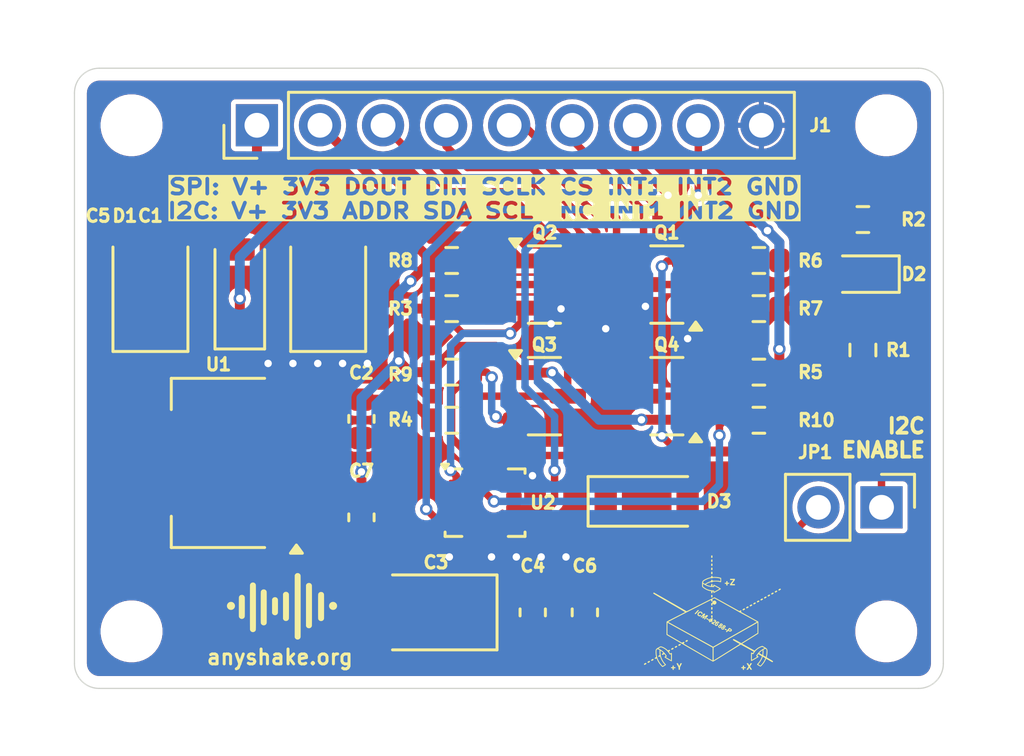
<source format=kicad_pcb>
(kicad_pcb (version 20240108) (generator "pcbnew") (generator_version "8.0")
  (layers (0 "F.Cu" signal) (31 "B.Cu" signal) (34 "B.Paste" user) (35 "F.Paste" user) (36 "B.SilkS" user "B.Silkscreen") (37 "F.SilkS" user "F.Silkscreen") (38 "B.Mask" user) (39 "F.Mask" user) (44 "Edge.Cuts" user))
  (net 0 "")
  (net 1 "VDD")
  (net 2 "GND")
  (net 3 "+3V3")
  (net 4 "VCC")
  (net 5 "Net-(D2-A)")
  (net 6 "Net-(D3-A)")
  (net 7 "/AP_CS_3V3")
  (net 8 "/INT1")
  (net 9 "/SDA_DIN")
  (net 10 "/SCL_SCLK")
  (net 11 "/INT2")
  (net 12 "/DOUT_AD0")
  (net 13 "/AP_CS")
  (net 14 "Net-(JP1-A)")
  (net 15 "/DOUT_AD0_3V3")
  (net 16 "/SDA_DIN_3V3")
  (net 17 "/SCL_SCLK_3V3")
  (footprint "MountingHole:MountingHole_2mm" (layer "F.Cu") (at 152.7 72.3)
    (property "Reference" "H2" (hide yes))
    (property "Value" "MountingHole")
    (pad "" np_thru_hole circle (at 0 0) (size 2 2) (drill 2) (layers "*.Cu" "*.Mask"))
  )
  (footprint "Resistor_SMD:R_0603_1608Metric" (layer "F.Cu") (at 135.195 82.25)
    (property "Reference" "R9" (at -2.065 0.1 0) (layer "F.SilkS") (effects (font (size 0.5 0.5))))
    (property "Value" "10k")
    (pad "1" smd roundrect (at -0.825 0) (size 0.8 0.95) (layers "F.Cu" "F.Paste" "F.Mask") (net 3 "+3V3"))
    (pad "2" smd roundrect (at 0.825 0) (size 0.8 0.95) (layers "F.Cu" "F.Paste" "F.Mask") (net 16 "/SDA_DIN_3V3"))
  )
  (footprint "Package_TO_SOT_SMD:SOT-23" (layer "F.Cu") (at 143.8625 78.72 180)
    (property "Reference" "Q1" (at 0 2.09 0) (layer "F.SilkS") (effects (font (size 0.5 0.5))))
    (property "Value" "BSS138")
    (pad "1" smd roundrect (at -0.9375 -0.95 180) (size 1.475 0.6) (layers "F.Cu" "F.Paste" "F.Mask") (net 3 "+3V3"))
    (pad "2" smd roundrect (at -0.9375 0.95 180) (size 1.475 0.6) (layers "F.Cu" "F.Paste" "F.Mask") (net 6 "Net-(D3-A)"))
    (pad "3" smd roundrect (at 0.9375 0 180) (size 1.475 0.6) (layers "F.Cu" "F.Paste" "F.Mask") (net 13 "/AP_CS"))
  )
  (footprint "Capacitor_SMD:C_0603_1608Metric" (layer "F.Cu") (at 138.46 91.935 -90)
    (property "Reference" "C4" (at -1.875 0 180) (layer "F.SilkS") (effects (font (size 0.5 0.5))))
    (property "Value" "0.1uF")
    (pad "1" smd roundrect (at -0.775 0 270) (size 0.9 0.95) (layers "F.Cu" "F.Paste" "F.Mask") (net 3 "+3V3"))
    (pad "2" smd roundrect (at 0.775 0 270) (size 0.9 0.95) (layers "F.Cu" "F.Paste" "F.Mask") (net 2 "GND"))
  )
  (footprint "Capacitor_SMD:C_0603_1608Metric" (layer "F.Cu") (at 131.56 88.105 -90)
    (property "Reference" "C7" (at -1.875 0 180) (layer "F.SilkS") (effects (font (size 0.5 0.5))))
    (property "Value" "0.1uF")
    (pad "1" smd roundrect (at -0.775 0 270) (size 0.9 0.95) (layers "F.Cu" "F.Paste" "F.Mask") (net 3 "+3V3"))
    (pad "2" smd roundrect (at 0.775 0 270) (size 0.9 0.95) (layers "F.Cu" "F.Paste" "F.Mask") (net 2 "GND"))
  )
  (footprint "Capacitor_Tantalum_SMD:CP_EIA-3528-12_Kemet-T" (layer "F.Cu") (at 123.06 78.9575 90)
    (property "Reference" "C5" (at 3.0075 -2.11 180) (layer "F.SilkS") (effects (font (size 0.5 0.5))))
    (property "Value" "22uF")
    (pad "1" smd roundrect (at -1.5375 0 90) (size 1.325 2.35) (layers "F.Cu" "F.Paste" "F.Mask") (roundrect_rratio 0.188679) (net 3 "+3V3"))
    (pad "2" smd roundrect (at 1.5375 0 90) (size 1.325 2.35) (layers "F.Cu" "F.Paste" "F.Mask") (roundrect_rratio 0.188679) (net 2 "GND"))
  )
  (footprint "Capacitor_SMD:C_0603_1608Metric" (layer "F.Cu") (at 140.56 91.935 -90)
    (property "Reference" "C6" (at -1.875 0 180) (layer "F.SilkS") (effects (font (size 0.5 0.5))))
    (property "Value" "0.01uF")
    (pad "1" smd roundrect (at -0.775 0 270) (size 0.9 0.95) (layers "F.Cu" "F.Paste" "F.Mask") (net 3 "+3V3"))
    (pad "2" smd roundrect (at 0.775 0 270) (size 0.9 0.95) (layers "F.Cu" "F.Paste" "F.Mask") (net 2 "GND"))
  )
  (footprint "Resistor_SMD:R_0603_1608Metric" (layer "F.Cu") (at 147.57 82.25 180)
    (property "Reference" "R5" (at -2.08 -0.005 0) (layer "F.SilkS") (effects (font (size 0.5 0.5))))
    (property "Value" "10k")
    (pad "1" smd roundrect (at -0.825 0 180) (size 0.8 0.95) (layers "F.Cu" "F.Paste" "F.Mask") (net 1 "VDD"))
    (pad "2" smd roundrect (at 0.825 0 180) (size 0.8 0.95) (layers "F.Cu" "F.Paste" "F.Mask") (net 10 "/SCL_SCLK"))
  )
  (footprint "AnyShake:Direction" (layer "F.Cu") (at 145.8 91.954088)
    (property "Reference" "G***" (hide yes))
    (property "Value" "LOGO" (hide yes))
  )
  (footprint "Package_TO_SOT_SMD:SOT-223-3_TabPin2" (layer "F.Cu") (at 125.81 85.91 180)
    (property "Reference" "U1" (at 0.01 3.97 0) (layer "F.SilkS") (effects (font (size 0.5 0.5))))
    (property "Value" "AMS1117-3.3")
    (pad "1" smd roundrect (at -3.15 -2.3 180) (size 2 1.5) (layers "F.Cu" "F.Paste" "F.Mask") (net 2 "GND"))
    (pad "2" smd roundrect (at -3.15 0 180) (size 2 1.5) (layers "F.Cu" "F.Paste" "F.Mask") (net 3 "+3V3"))
    (pad "2" smd roundrect (at 3.15 0 180) (size 2 3.8) (layers "F.Cu" "F.Paste" "F.Mask") (net 3 "+3V3"))
    (pad "3" smd roundrect (at -3.15 2.3 180) (size 2 1.5) (layers "F.Cu" "F.Paste" "F.Mask") (net 1 "VDD"))
  )
  (footprint "Resistor_SMD:R_0603_1608Metric" (layer "F.Cu") (at 151.76 76.1 180)
    (property "Reference" "R2" (at -2.04 0 0) (layer "F.SilkS") (effects (font (size 0.5 0.5))))
    (property "Value" "1k")
    (pad "1" smd roundrect (at -0.825 0 180) (size 0.8 0.95) (layers "F.Cu" "F.Paste" "F.Mask") (net 3 "+3V3"))
    (pad "2" smd roundrect (at 0.825 0 180) (size 0.8 0.95) (layers "F.Cu" "F.Paste" "F.Mask") (net 5 "Net-(D2-A)"))
  )
  (footprint "Package_TO_SOT_SMD:SOT-23" (layer "F.Cu") (at 138.93 78.72)
    (property "Reference" "Q2" (at 0.0175 -2.09 0) (layer "F.SilkS") (effects (font (size 0.5 0.5))))
    (property "Value" "BSS138")
    (pad "1" smd roundrect (at -0.9375 -0.95) (size 1.475 0.6) (layers "F.Cu" "F.Paste" "F.Mask") (net 3 "+3V3"))
    (pad "2" smd roundrect (at -0.9375 0.95) (size 1.475 0.6) (layers "F.Cu" "F.Paste" "F.Mask") (net 15 "/DOUT_AD0_3V3"))
    (pad "3" smd roundrect (at 0.9375 0) (size 1.475 0.6) (layers "F.Cu" "F.Paste" "F.Mask") (net 12 "/DOUT_AD0"))
  )
  (footprint "Diode_SMD:D_SOD-123" (layer "F.Cu") (at 126.66 78.9575 90)
    (property "Reference" "D1" (at 3.0075 -4.63 180) (layer "F.SilkS") (effects (font (size 0.5 0.5))))
    (property "Value" "1N4148")
    (pad "1" smd roundrect (at -1.65 0 90) (size 0.9 1.2) (layers "F.Cu" "F.Paste" "F.Mask") (net 1 "VDD"))
    (pad "2" smd roundrect (at 1.65 0 90) (size 0.9 1.2) (layers "F.Cu" "F.Paste" "F.Mask") (net 4 "VCC"))
  )
  (footprint "AnyShake:Logo" (layer "F.Cu") (at 128.36 91.69)
    (property "Reference" "G***" (hide yes))
    (property "Value" "LOGO" (hide yes))
  )
  (footprint "MountingHole:MountingHole_2mm" (layer "F.Cu") (at 152.7 92.7)
    (property "Reference" "H3" (hide yes))
    (property "Value" "MountingHole")
    (pad "" np_thru_hole circle (at 0 0) (size 2 2) (drill 2) (layers "*.Cu" "*.Mask"))
  )
  (footprint "MountingHole:MountingHole_2mm" (layer "F.Cu") (at 122.3 92.7)
    (property "Reference" "H4" (hide yes))
    (property "Value" "MountingHole")
    (pad "" np_thru_hole circle (at 0 0) (size 2 2) (drill 2) (layers "*.Cu" "*.Mask"))
  )
  (footprint "LED_SMD:LED_0603_1608Metric" (layer "F.Cu") (at 151.74 78.3 180)
    (property "Reference" "D2" (at -2.08 0 0) (layer "F.SilkS") (effects (font (size 0.5 0.5))))
    (property "Value" "RED")
    (pad "1" smd roundrect (at -0.7875 0 180) (size 0.875 0.95) (layers "F.Cu" "F.Paste" "F.Mask") (net 2 "GND"))
    (pad "2" smd roundrect (at 0.7875 0 180) (size 0.875 0.95) (layers "F.Cu" "F.Paste" "F.Mask") (net 5 "Net-(D2-A)"))
  )
  (footprint "Resistor_SMD:R_0603_1608Metric" (layer "F.Cu") (at 147.57 79.69 180)
    (property "Reference" "R7" (at -2.08 0 0) (layer "F.SilkS") (effects (font (size 0.5 0.5))))
    (property "Value" "10k")
    (pad "1" smd roundrect (at -0.825 0 180) (size 0.8 0.95) (layers "F.Cu" "F.Paste" "F.Mask") (net 3 "+3V3"))
    (pad "2" smd roundrect (at 0.825 0 180) (size 0.8 0.95) (layers "F.Cu" "F.Paste" "F.Mask") (net 6 "Net-(D3-A)"))
  )
  (footprint "Resistor_SMD:R_0603_1608Metric" (layer "F.Cu") (at 151.76 81.36 -90)
    (property "Reference" "R1" (at 0 -1.43 180) (layer "F.SilkS") (effects (font (size 0.5 0.5))))
    (property "Value" "10k")
    (pad "1" smd roundrect (at -0.825 0 270) (size 0.8 0.95) (layers "F.Cu" "F.Paste" "F.Mask") (net 3 "+3V3"))
    (pad "2" smd roundrect (at 0.825 0 270) (size 0.8 0.95) (layers "F.Cu" "F.Paste" "F.Mask") (net 14 "Net-(JP1-A)"))
  )
  (footprint "Connector_PinHeader_2.54mm:PinHeader_1x02_P2.54mm_Vertical" (layer "F.Cu") (at 152.51 87.7 -90)
    (property "Reference" "JP1" (at -2.22 2.669524 180) (layer "F.SilkS") (effects (font (size 0.5 0.5))))
    (property "Value" "I2C_EN")
    (pad "1" thru_hole rect (at 0 0 270) (size 1.7 1.7) (drill 1) (layers "*.Cu" "*.Mask") (net 14 "Net-(JP1-A)"))
    (pad "2" thru_hole oval (at 0 2.54 270) (size 1.7 1.7) (drill 1) (layers "*.Cu" "*.Mask") (net 7 "/AP_CS_3V3"))
  )
  (footprint "Resistor_SMD:R_0603_1608Metric" (layer "F.Cu") (at 147.57 77.75 180)
    (property "Reference" "R6" (at -2.08 -0.01 0) (layer "F.SilkS") (effects (font (size 0.5 0.5))))
    (property "Value" "10k")
    (pad "1" smd roundrect (at -0.825 0 180) (size 0.8 0.95) (layers "F.Cu" "F.Paste" "F.Mask") (net 1 "VDD"))
    (pad "2" smd roundrect (at 0.825 0 180) (size 0.8 0.95) (layers "F.Cu" "F.Paste" "F.Mask") (net 13 "/AP_CS"))
  )
  (footprint "Resistor_SMD:R_0603_1608Metric" (layer "F.Cu") (at 135.195 79.69)
    (property "Reference" "R3" (at -2.065 0.005 0) (layer "F.SilkS") (effects (font (size 0.5 0.5))))
    (property "Value" "10k")
    (pad "1" smd roundrect (at -0.825 0) (size 0.8 0.95) (layers "F.Cu" "F.Paste" "F.Mask") (net 1 "VDD"))
    (pad "2" smd roundrect (at 0.825 0) (size 0.8 0.95) (layers "F.Cu" "F.Paste" "F.Mask") (net 12 "/DOUT_AD0"))
  )
  (footprint "Diode_SMD:D_SOD-123" (layer "F.Cu") (at 143.05 87.46)
    (property "Reference" "D3" (at 2.9175 0 0) (layer "F.SilkS") (effects (font (size 0.5 0.5))))
    (property "Value" "1N4148")
    (pad "1" smd roundrect (at -1.65 0) (size 0.9 1.2) (layers "F.Cu" "F.Paste" "F.Mask") (net 7 "/AP_CS_3V3"))
    (pad "2" smd roundrect (at 1.65 0) (size 0.9 1.2) (layers "F.Cu" "F.Paste" "F.Mask") (net 6 "Net-(D3-A)"))
  )
  (footprint "Capacitor_Tantalum_SMD:CP_EIA-3528-12_Kemet-T" (layer "F.Cu") (at 134.5625 91.935 180)
    (property "Reference" "C3" (at 0 2.015 360) (layer "F.SilkS") (effects (font (size 0.5 0.5))))
    (property "Value" "2.2uF")
    (pad "1" smd roundrect (at -1.5375 0 180) (size 1.325 2.35) (layers "F.Cu" "F.Paste" "F.Mask") (roundrect_rratio 0.188679) (net 3 "+3V3"))
    (pad "2" smd roundrect (at 1.5375 0 180) (size 1.325 2.35) (layers "F.Cu" "F.Paste" "F.Mask") (roundrect_rratio 0.188679) (net 2 "GND"))
  )
  (footprint "Resistor_SMD:R_0603_1608Metric" (layer "F.Cu") (at 135.195 84.19)
    (property "Reference" "R4" (at -2.065 -0.02 0) (layer "F.SilkS") (effects (font (size 0.5 0.5))))
    (property "Value" "10k")
    (pad "1" smd roundrect (at -0.825 0) (size 0.8 0.95) (layers "F.Cu" "F.Paste" "F.Mask") (net 1 "VDD"))
    (pad "2" smd roundrect (at 0.825 0) (size 0.8 0.95) (layers "F.Cu" "F.Paste" "F.Mask") (net 9 "/SDA_DIN"))
  )
  (footprint "Capacitor_SMD:C_0603_1608Metric" (layer "F.Cu") (at 131.56 84.135 -90)
    (property "Reference" "C2" (at -1.86 0 180) (layer "F.SilkS") (effects (font (size 0.5 0.5))))
    (property "Value" "0.1uF")
    (pad "1" smd roundrect (at -0.775 0 270) (size 0.9 0.95) (layers "F.Cu" "F.Paste" "F.Mask") (net 1 "VDD"))
    (pad "2" smd roundrect (at 0.775 0 270) (size 0.9 0.95) (layers "F.Cu" "F.Paste" "F.Mask") (net 2 "GND"))
  )
  (footprint "Resistor_SMD:R_0603_1608Metric" (layer "F.Cu") (at 135.195 77.75)
    (property "Reference" "R8" (at -2.065 0 0) (layer "F.SilkS") (effects (font (size 0.5 0.5))))
    (property "Value" "10k")
    (pad "1" smd roundrect (at -0.825 0) (size 0.8 0.95) (layers "F.Cu" "F.Paste" "F.Mask") (net 3 "+3V3"))
    (pad "2" smd roundrect (at 0.825 0) (size 0.8 0.95) (layers "F.Cu" "F.Paste" "F.Mask") (net 15 "/DOUT_AD0_3V3"))
  )
  (footprint "Connector_PinHeader_2.54mm:PinHeader_1x09_P2.54mm_Vertical" (layer "F.Cu") (at 127.35 72.3 90)
    (property "Reference" "J1" (at 0 22.7 180) (layer "F.SilkS") (effects (font (size 0.5 0.5))))
    (property "Value" "Conn_01x09")
    (pad "1" thru_hole rect (at 0 0 90) (size 1.7 1.7) (drill 1) (layers "*.Cu" "*.Mask") (net 4 "VCC"))
    (pad "2" thru_hole oval (at 0 2.54 90) (size 1.7 1.7) (drill 1) (layers "*.Cu" "*.Mask") (net 3 "+3V3"))
    (pad "3" thru_hole oval (at 0 5.08 90) (size 1.7 1.7) (drill 1) (layers "*.Cu" "*.Mask") (net 12 "/DOUT_AD0"))
    (pad "4" thru_hole oval (at 0 7.62 90) (size 1.7 1.7) (drill 1) (layers "*.Cu" "*.Mask") (net 9 "/SDA_DIN"))
    (pad "5" thru_hole oval (at 0 10.16 90) (size 1.7 1.7) (drill 1) (layers "*.Cu" "*.Mask") (net 10 "/SCL_SCLK"))
    (pad "6" thru_hole oval (at 0 12.7 90) (size 1.7 1.7) (drill 1) (layers "*.Cu" "*.Mask") (net 13 "/AP_CS"))
    (pad "7" thru_hole oval (at 0 15.24 90) (size 1.7 1.7) (drill 1) (layers "*.Cu" "*.Mask") (net 8 "/INT1"))
    (pad "8" thru_hole oval (at 0 17.78 90) (size 1.7 1.7) (drill 1) (layers "*.Cu" "*.Mask") (net 11 "/INT2"))
    (pad "9" thru_hole oval (at 0 20.32 90) (size 1.7 1.7) (drill 1) (layers "*.Cu" "*.Mask") (net 2 "GND"))
  )
  (footprint "Package_LGA:LGA-14_3x2.5mm_P0.5mm_LayoutBorder3x4y" (layer "F.Cu") (at 136.54 87.5125)
    (property "Reference" "U2" (at 2.3325 -0.0025 0) (layer "F.SilkS") (effects (font (size 0.5 0.5) (thickness 0.125))))
    (property "Value" "ICM-42688-P")
    (pad "1" smd roundrect (at -1.1625 -0.75) (size 0.625 0.35) (layers "F.Cu" "F.Paste" "F.Mask") (net 15 "/DOUT_AD0_3V3"))
    (pad "2" smd roundrect (at -1.1625 -0.25) (size 0.625 0.35) (layers "F.Cu" "F.Paste" "F.Mask"))
    (pad "3" smd roundrect (at -1.1625 0.25) (size 0.625 0.35) (layers "F.Cu" "F.Paste" "F.Mask"))
    (pad "4" smd roundrect (at -1.1625 0.75) (size 0.625 0.35) (layers "F.Cu" "F.Paste" "F.Mask") (net 8 "/INT1"))
    (pad "5" smd roundrect (at -0.5 0.9125) (size 0.35 0.625) (layers "F.Cu" "F.Paste" "F.Mask") (net 3 "+3V3"))
    (pad "6" smd roundrect (at 0 0.9125) (size 0.35 0.625) (layers "F.Cu" "F.Paste" "F.Mask") (net 2 "GND"))
    (pad "7" smd roundrect (at 0.5 0.9125) (size 0.35 0.625) (layers "F.Cu" "F.Paste" "F.Mask") (net 2 "GND"))
    (pad "8" smd roundrect (at 1.1625 0.75) (size 0.625 0.35) (layers "F.Cu" "F.Paste" "F.Mask") (net 3 "+3V3"))
    (pad "9" smd roundrect (at 1.1625 0.25) (size 0.625 0.35) (layers "F.Cu" "F.Paste" "F.Mask") (net 11 "/INT2"))
    (pad "10" smd roundrect (at 1.1625 -0.25) (size 0.625 0.35) (layers "F.Cu" "F.Paste" "F.Mask"))
    (pad "11" smd roundrect (at 1.1625 -0.75) (size 0.625 0.35) (layers "F.Cu" "F.Paste" "F.Mask") (net 2 "GND"))
    (pad "12" smd roundrect (at 0.5 -0.9125) (size 0.35 0.625) (layers "F.Cu" "F.Paste" "F.Mask") (net 7 "/AP_CS_3V3"))
    (pad "13" smd roundrect (at 0 -0.9125) (size 0.35 0.625) (layers "F.Cu" "F.Paste" "F.Mask") (net 17 "/SCL_SCLK_3V3"))
    (pad "14" smd roundrect (at -0.5 -0.9125) (size 0.35 0.625) (layers "F.Cu" "F.Paste" "F.Mask") (net 16 "/SDA_DIN_3V3"))
  )
  (footprint "Package_TO_SOT_SMD:SOT-23" (layer "F.Cu") (at 138.93 83.22)
    (property "Reference" "Q3" (at 0 -2.075 0) (layer "F.SilkS") (effects (font (size 0.5 0.5))))
    (property "Value" "BSS138")
    (pad "1" smd roundrect (at -0.9375 -0.95) (size 1.475 0.6) (layers "F.Cu" "F.Paste" "F.Mask") (net 3 "+3V3"))
    (pad "2" smd roundrect (at -0.9375 0.95) (size 1.475 0.6) (layers "F.Cu" "F.Paste" "F.Mask") (net 16 "/SDA_DIN_3V3"))
    (pad "3" smd roundrect (at 0.9375 0) (size 1.475 0.6) (layers "F.Cu" "F.Paste" "F.Mask") (net 9 "/SDA_DIN"))
  )
  (footprint "Package_TO_SOT_SMD:SOT-23" (layer "F.Cu") (at 143.8625 83.22 180)
    (property "Reference" "Q4" (at 0 2.075 0) (layer "F.SilkS") (effects (font (size 0.5 0.5))))
    (property "Value" "BSS138")
    (pad "1" smd roundrect (at -0.9375 -0.95 180) (size 1.475 0.6) (layers "F.Cu" "F.Paste" "F.Mask") (net 3 "+3V3"))
    (pad "2" smd roundrect (at -0.9375 0.95 180) (size 1.475 0.6) (layers "F.Cu" "F.Paste" "F.Mask") (net 17 "/SCL_SCLK_3V3"))
    (pad "3" smd roundrect (at 0.9375 0 180) (size 1.475 0.6) (layers "F.Cu" "F.Paste" "F.Mask") (net 10 "/SCL_SCLK"))
  )
  (footprint "MountingHole:MountingHole_2mm" (layer "F.Cu") (at 122.3 72.3)
    (property "Reference" "H1" (hide yes))
    (property "Value" "MountingHole")
    (pad "" np_thru_hole circle (at 0 0) (size 2 2) (drill 2) (layers "*.Cu" "*.Mask"))
  )
  (footprint "Resistor_SMD:R_0603_1608Metric" (layer "F.Cu") (at 147.57 84.19 180)
    (property "Reference" "R10" (at -2.318095 0 0) (layer "F.SilkS") (effects (font (size 0.5 0.5))))
    (property "Value" "10k")
    (pad "1" smd roundrect (at -0.825 0 180) (size 0.8 0.95) (layers "F.Cu" "F.Paste" "F.Mask") (net 3 "+3V3"))
    (pad "2" smd roundrect (at 0.825 0 180) (size 0.8 0.95) (layers "F.Cu" "F.Paste" "F.Mask") (net 17 "/SCL_SCLK_3V3"))
  )
  (footprint "Capacitor_Tantalum_SMD:CP_EIA-3528-12_Kemet-T" (layer "F.Cu") (at 130.22 78.9575 90)
    (property "Reference" "C1" (at 3.0075 -7.16 180) (layer "F.SilkS") (effects (font (size 0.5 0.5))))
    (property "Value" "10uF")
    (pad "1" smd roundrect (at -1.5375 0 90) (size 1.325 2.35) (layers "F.Cu" "F.Paste" "F.Mask") (roundrect_rratio 0.188679) (net 1 "VDD"))
    (pad "2" smd roundrect (at 1.5375 0 90) (size 1.325 2.35) (layers "F.Cu" "F.Paste" "F.Mask") (roundrect_rratio 0.188679) (net 2 "GND"))
  )
  (gr_line (start 120 94) (end 120 71) (stroke (width 0.05)) (layer "Edge.Cuts"))
  (gr_arc (start 121 95) (mid 120.292892 94.707107) (end 120 94) (stroke (width 0.05)) (layer "Edge.Cuts"))
  (gr_line (start 155 71) (end 155 94) (stroke (width 0.05)) (layer "Edge.Cuts"))
  (gr_arc (start 120 71) (mid 120.292893 70.292893) (end 121 70) (stroke (width 0.05)) (layer "Edge.Cuts"))
  (gr_line (start 121 70) (end 154 70) (stroke (width 0.05)) (layer "Edge.Cuts"))
  (gr_arc (start 154 70) (mid 154.707107 70.292893) (end 155 71) (stroke (width 0.05)) (layer "Edge.Cuts"))
  (gr_arc (start 155 94) (mid 154.707107 94.707107) (end 154 95) (stroke (width 0.05)) (layer "Edge.Cuts"))
  (gr_line (start 154 95) (end 121 95) (stroke (width 0.05)) (layer "Edge.Cuts"))
  (gr_text "SPI: V+ 3V3 DOUT DIN SCLK CS INT1 INT2 GND\nI2C: V+ 3V3 ADDR SDA SCL  NC INT1 INT2 GND" (at 136.5 76.1 0) (layer "F.SilkS" knockout) (effects (font (size 0.6 0.7)) (justify bottom)))
  (gr_text "anyshake.org" (at 125.266283 94.09 0) (layer "F.SilkS") (effects (font (size 0.6 0.6) (thickness 0.12) (bold yes)) (justify left bottom)))
  (gr_text "I2C\nENABLE" (at 154.335 85.74 0) (layer "F.SilkS") (effects (font (size 0.6 0.6) (thickness 0.15) (bold yes)) (justify right bottom)))
  (segment (start 133.19 79.69) (end 132.385 80.495) (width 0.4) (layer "F.Cu") (net 1))
  (segment (start 148.395 77.025) (end 148.395 77.75) (width 0.4) (layer "F.Cu") (net 1))
  (segment (start 126.66 80.6075) (end 126.66 83.12) (width 0.4) (layer "F.Cu") (net 1))
  (segment (start 134.37 79.69) (end 133.19 79.69) (width 0.4) (layer "F.Cu") (net 1))
  (segment (start 128.96 83.61) (end 130.43 83.61) (width 0.4) (layer "F.Cu") (net 1))
  (segment (start 130.43 83.61) (end 130.68 83.36) (width 0.4) (layer "F.Cu") (net 1))
  (segment (start 147.915 76.545) (end 148.395 77.025) (width 0.4) (layer "F.Cu") (net 1))
  (segment (start 127.15 83.61) (end 128.96 83.61) (width 0.4) (layer "F.Cu") (net 1))
  (segment (start 126.66 83.12) (end 127.15 83.61) (width 0.4) (layer "F.Cu") (net 1))
  (segment (start 133.54 83.36) (end 134.37 84.19) (width 0.4) (layer "F.Cu") (net 1))
  (segment (start 131.56 83.36) (end 133.54 83.36) (width 0.4) (layer "F.Cu") (net 1))
  (segment (start 132.385 80.495) (end 130.22 80.495) (width 0.4) (layer "F.Cu") (net 1))
  (segment (start 126.66 79.28) (end 126.66 80.6075) (width 0.4) (layer "F.Cu") (net 1))
  (segment (start 130.22 80.495) (end 126.7725 80.495) (width 0.4) (layer "F.Cu") (net 1))
  (segment (start 148.395 81.315) (end 148.395 82.25) (width 0.4) (layer "F.Cu") (net 1))
  (segment (start 130.68 83.36) (end 131.56 83.36) (width 0.4) (layer "F.Cu") (net 1))
  (via (at 147.915 76.545) (size 0.5) (drill 0.3) (layers "F.Cu" "B.Cu") (net 1))
  (via (at 148.395 81.315) (size 0.5) (drill 0.3) (layers "F.Cu" "B.Cu") (net 1))
  (via (at 126.66 79.28) (size 0.5) (drill 0.3) (layers "F.Cu" "B.Cu") (net 1))
  (segment (start 129.8 74.47) (end 126.66 77.61) (width 0.4) (layer "B.Cu") (net 1))
  (segment (start 148.395 77.025) (end 148.395 81.315) (width 0.4) (layer "B.Cu") (net 1))
  (segment (start 147.915 76.545) (end 145.84 74.47) (width 0.4) (layer "B.Cu") (net 1))
  (segment (start 126.66 77.61) (end 126.66 79.28) (width 0.4) (layer "B.Cu") (net 1))
  (segment (start 147.915 76.545) (end 148.395 77.025) (width 0.4) (layer "B.Cu") (net 1))
  (segment (start 145.84 74.47) (end 129.8 74.47) (width 0.4) (layer "B.Cu") (net 1))
  (via (at 129.8 81.9) (size 0.5) (drill 0.3) (layers "F.Cu" "B.Cu") (net 2))
  (via (at 139.8 89.7) (size 0.5) (drill 0.3) (layers "F.Cu" "B.Cu") (net 2))
  (via (at 128.8 81.9) (size 0.5) (drill 0.3) (layers "F.Cu" "B.Cu") (net 2))
  (via (at 139.2 80.3) (size 0.5) (drill 0.3) (layers "F.Cu" "B.Cu") (net 2))
  (via (at 130.8 81.9) (size 0.5) (drill 0.3) (layers "F.Cu" "B.Cu") (net 2))
  (via (at 144.7 80.9) (size 0.5) (drill 0.3) (layers "F.Cu" "B.Cu") (net 2))
  (via (at 127.8 81.9) (size 0.5) (drill 0.3) (layers "F.Cu" "B.Cu") (net 2))
  (via (at 141.4 80.5) (size 0.5) (drill 0.3) (layers "F.Cu" "B.Cu") (net 2))
  (via (at 136.8 89.7) (size 0.5) (drill 0.3) (layers "F.Cu" "B.Cu") (net 2))
  (via (at 138.45 86.425) (size 0.5) (drill 0.3) (layers "F.Cu" "B.Cu") (net 2))
  (via (at 139.6 79.7) (size 0.5) (drill 0.3) (layers "F.Cu" "B.Cu") (net 2))
  (via (at 138.8 89.7) (size 0.5) (drill 0.3) (layers "F.Cu" "B.Cu") (net 2))
  (via (at 135.1 89.7) (size 0.5) (drill 0.3) (layers "F.Cu" "B.Cu") (net 2))
  (via (at 143 79.6) (size 0.5) (drill 0.3) (layers "F.Cu" "B.Cu") (net 2))
  (via (at 137.8 89.7) (size 0.5) (drill 0.3) (layers "F.Cu" "B.Cu") (net 2))
  (via (at 131.8 81.9) (size 0.5) (drill 0.3) (layers "F.Cu" "B.Cu") (net 2))
  (segment (start 145.31 85.45) (end 147.135 85.45) (width 0.4) (layer "F.Cu") (net 3))
  (segment (start 134.37 77.75) (end 135.34 76.78) (width 0.4) (layer "F.Cu") (net 3))
  (segment (start 133.64 76.05) (end 129.89 72.3) (width 0.4) (layer "F.Cu") (net 3))
  (segment (start 139.24 82.27) (end 137.9925 82.27) (width 0.4) (layer "F.Cu") (net 3))
  (segment (start 137.7025 88.2625) (end 139.7625 88.2625) (width 0.3) (layer "F.Cu") (net 3))
  (segment (start 128.96 85.91) (end 130.38 87.33) (width 0.4) (layer "F.Cu") (net 3))
  (segment (start 142.84 84.17) (end 144.8 84.17) (width 0.4) (layer "F.Cu") (net 3))
  (segment (start 144.8 79.67) (end 145.82 80.69) (width 0.4) (layer "F.Cu") (net 3))
  (segment (start 133.64 77.02) (end 133.64 76.05) (width 0.4) (layer "F.Cu") (net 3))
  (segment (start 144.8 84.94) (end 145.31 85.45) (width 0.4) (layer "F.Cu") (net 3))
  (segment (start 133.06 81.8) (end 133.51 82.25) (width 0.4) (layer "F.Cu") (net 3))
  (segment (start 147.395 80.69) (end 148.395 79.69) (width 0.4) (layer "F.Cu") (net 3))
  (segment (start 132.48 87.33) (end 134.33 89.18) (width 0.4) (layer "F.Cu") (net 3))
  (segment (start 149.195 83.39) (end 148.395 84.19) (width 0.4) (layer "F.Cu") (net 3))
  (segment (start 148.395 79.69) (end 149.195 80.49) (width 0.4) (layer "F.Cu") (net 3))
  (segment (start 133.51 82.25) (end 134.37 82.25) (width 0.4) (layer "F.Cu") (net 3))
  (segment (start 139.7625 88.2625) (end 140.56 89.06) (width 0.3) (layer "F.Cu") (net 3))
  (segment (start 122.66 85.91) (end 122.66 82.75) (width 0.4) (layer "F.Cu") (net 3))
  (segment (start 130.38 87.33) (end 131.56 87.33) (width 0.4) (layer "F.Cu") (net 3))
  (segment (start 144.8 84.17) (end 144.8 84.94) (width 0.4) (layer "F.Cu") (net 3))
  (segment (start 134.825 91.935) (end 136.1 91.935) (width 0.4) (layer "F.Cu") (net 3))
  (segment (start 134.33 89.18) (end 134.33 91.44) (width 0.4) (layer "F.Cu") (net 3))
  (segment (start 122.66 82.75) (end 123.06 82.35) (width 0.4) (layer "F.Cu") (net 3))
  (segment (start 136.04 91.875) (end 136.1 91.935) (width 0.3) (layer "F.Cu") (net 3))
  (segment (start 152.585 76.1) (end 153.64 77.155) (width 0.4) (layer "F.Cu") (net 3))
  (segment (start 150.345 79.12) (end 151.76 80.535) (width 0.4) (layer "F.Cu") (net 3))
  (segment (start 136.9525 81.23) (end 135.39 81.23) (width 0.4) (layer "F.Cu") (net 3))
  (segment (start 137.685 91.935) (end 138.46 91.16) (width 0.4) (layer "F.Cu") (net 3))
  (segment (start 137.9925 82.27) (end 136.9525 81.23) (width 0.4) (layer "F.Cu") (net 3))
  (segment (start 136.04 88.425) (end 136.04 91.875) (width 0.3) (layer "F.Cu") (net 3))
  (segment (start 133.535 78.585) (end 134.37 77.75) (width 0.4) (layer "F.Cu") (net 3))
  (segment (start 135.39 81.23) (end 134.37 82.25) (width 0.4) (layer "F.Cu") (net 3))
  (segment (start 131.56 86.27) (end 131.56 87.33) (width 0.4) (layer "F.Cu") (net 3))
  (segment (start 131.56 87.33) (end 132.48 87.33) (width 0.4) (layer "F.Cu") (net 3))
  (segment (start 137.0025 76.78) (end 137.9925 77.77) (width 0.4) (layer "F.Cu") (net 3))
  (segment (start 145.82 80.69) (end 147.395 80.69) (width 0.4) (layer "F.Cu") (net 3))
  (segment (start 123.06 82.35) (end 123.06 80.495) (width 0.4) (layer "F.Cu") (net 3))
  (segment (start 134.37 77.75) (end 133.64 77.02) (width 0.4) (layer "F.Cu") (net 3))
  (segment (start 135.34 76.78) (end 137.0025 76.78) (width 0.4) (layer "F.Cu") (net 3))
  (segment (start 153.64 77.155) (end 153.64 78.655) (width 0.4) (layer "F.Cu") (net 3))
  (segment (start 153.64 78.655) (end 151.76 80.535) (width 0.4) (layer "F.Cu") (net 3))
  (segment (start 147.135 85.45) (end 148.395 84.19) (width 0.4) (layer "F.Cu") (net 3))
  (segment (start 134.33 91.44) (end 134.825 91.935) (width 0.4) (layer "F.Cu") (net 3))
  (segment (start 148.965 79.12) (end 150.345 79.12) (width 0.4) (layer "F.Cu") (net 3))
  (segment (start 136.1 91.935) (end 137.685 91.935) (width 0.4) (layer "F.Cu") (net 3))
  (segment (start 149.195 80.49) (end 149.195 83.39) (width 0.4) (layer "F.Cu") (net 3))
  (segment (start 138.46 91.16) (end 140.56 91.16) (width 0.4) (layer "F.Cu") (net 3))
  (segment (start 140.56 89.06) (end 140.56 91.16) (width 0.3) (layer "F.Cu") (net 3))
  (segment (start 122.66 85.91) (end 128.96 85.91) (width 0.4) (layer "F.Cu") (net 3))
  (segment (start 148.395 79.69) (end 148.965 79.12) (width 0.4) (layer "F.Cu") (net 3))
  (via (at 133.535 78.585) (size 0.5) (drill 0.3) (layers "F.Cu" "B.Cu") (net 3))
  (via (at 142.84 84.17) (size 0.5) (drill 0.3) (layers "F.Cu" "B.Cu") (net 3))
  (via (at 139.24 82.27) (size 0.5) (drill 0.3) (layers "F.Cu" "B.Cu") (net 3))
  (via (at 133.06 81.8) (size 0.5) (drill 0.3) (layers "F.Cu" "B.Cu") (net 3))
  (via (at 131.56 86.27) (size 0.5) (drill 0.3) (layers "F.Cu" "B.Cu") (net 3))
  (segment (start 131.56 86.27) (end 131.56 83.3) (width 0.4) (layer "B.Cu") (net 3))
  (segment (start 133.06 79.06) (end 133.535 78.585) (width 0.4) (layer "B.Cu") (net 3))
  (segment (start 131.56 83.3) (end 133.06 81.8) (width 0.4) (layer "B.Cu") (net 3))
  (segment (start 141.14 84.17) (end 142.84 84.17) (width 0.4) (layer "B.Cu") (net 3))
  (segment (start 133.06 81.8) (end 133.06 79.06) (width 0.4) (layer "B.Cu") (net 3))
  (segment (start 139.24 82.27) (end 141.14 84.17) (width 0.4) (layer "B.Cu") (net 3))
  (segment (start 127.35 74.31) (end 126.66 75) (width 0.4) (layer "F.Cu") (net 4))
  (segment (start 127.35 72.3) (end 127.35 74.31) (width 0.4) (layer "F.Cu") (net 4))
  (segment (start 126.66 75) (end 126.66 77.3075) (width 0.4) (layer "F.Cu") (net 4))
  (segment (start 150.935 76.1) (end 150.935 78.2825) (width 0.3) (layer "F.Cu") (net 5))
  (segment (start 144.7 85.855085) (end 144.7 87.46) (width 0.3) (layer "F.Cu") (net 6))
  (segment (start 143.664915 77.988606) (end 143.883521 77.77) (width 0.3) (layer "F.Cu") (net 6))
  (segment (start 145.17 76.71) (end 144.8 77.08) (width 0.3) (layer "F.Cu") (net 6))
  (segment (start 146.745 79.69) (end 147.56 78.875) (width 0.3) (layer "F.Cu") (net 6))
  (segment (start 147.56 78.875) (end 147.56 77.08) (width 0.3) (layer "F.Cu") (net 6))
  (segment (start 143.883521 77.77) (end 144.8 77.77) (width 0.3) (layer "F.Cu") (net 6))
  (segment (start 147.19 76.71) (end 145.17 76.71) (width 0.3) (layer "F.Cu") (net 6))
  (segment (start 147.56 77.08) (end 147.19 76.71) (width 0.3) (layer "F.Cu") (net 6))
  (segment (start 143.664915 84.82) (end 144.7 85.855085) (width 0.3) (layer "F.Cu") (net 6))
  (segment (start 144.8 77.08) (end 144.8 77.77) (width 0.3) (layer "F.Cu") (net 6))
  (via (at 143.664915 84.82) (size 0.5) (drill 0.3) (layers "F.Cu" "B.Cu") (net 6))
  (via (at 143.664915 77.988606) (size 0.5) (drill 0.3) (layers "F.Cu" "B.Cu") (net 6))
  (segment (start 143.664915 84.82) (end 143.664915 77.988606) (width 0.3) (layer "B.Cu") (net 6))
  (segment (start 141.4 88.37) (end 141.76 88.73) (width 0.3) (layer "F.Cu") (net 7))
  (segment (start 140.91 85.61) (end 141.4 86.1) (width 0.3) (layer "F.Cu") (net 7))
  (segment (start 137.04 86.6) (end 137.04 85.95) (width 0.3) (layer "F.Cu") (net 7))
  (segment (start 141.4 86.1) (end 141.4 87.46) (width 0.3) (layer "F.Cu") (net 7))
  (segment (start 148.94 88.73) (end 149.97 87.7) (width 0.3) (layer "F.Cu") (net 7))
  (segment (start 137.38 85.61) (end 140.91 85.61) (width 0.3) (layer "F.Cu") (net 7))
  (segment (start 137.04 85.95) (end 137.38 85.61) (width 0.3) (layer "F.Cu") (net 7))
  (segment (start 141.76 88.73) (end 148.94 88.73) (width 0.3) (layer "F.Cu") (net 7))
  (segment (start 141.4 87.46) (end 141.4 88.37) (width 0.3) (layer "F.Cu") (net 7))
  (segment (start 143.91 75.12) (end 142.59 73.8) (width 0.3) (layer "F.Cu") (net 8))
  (segment (start 134.17 87.77) (end 134.6625 88.2625) (width 0.3) (layer "F.Cu") (net 8))
  (segment (start 142.59 73.8) (end 142.59 72.3) (width 0.3) (layer "F.Cu") (net 8))
  (segment (start 134.6625 88.2625) (end 135.3775 88.2625) (width 0.3) (layer "F.Cu") (net 8))
  (via (at 134.17 87.77) (size 0.5) (drill 0.3) (layers "F.Cu" "B.Cu") (net 8))
  (via (at 143.91 75.12) (size 0.5) (drill 0.3) (layers "F.Cu" "B.Cu") (net 8))
  (segment (start 135.99 75.7) (end 134.17 77.52) (width 0.3) (layer "B.Cu") (net 8))
  (segment (start 143.33 75.7) (end 135.99 75.7) (width 0.3) (layer "B.Cu") (net 8))
  (segment (start 134.17 77.52) (end 134.17 87.77) (width 0.3) (layer "B.Cu") (net 8))
  (segment (start 143.91 75.12) (end 143.33 75.7) (width 0.3) (layer "B.Cu") (net 8))
  (segment (start 134.97 73.14) (end 134.97 72.3) (width 0.3) (layer "F.Cu") (net 9))
  (segment (start 136.02 84.19) (end 136.02 83.53) (width 0.3) (layer "F.Cu") (net 9))
  (segment (start 136.02 83.53) (end 136.33 83.22) (width 0.3) (layer "F.Cu") (net 9))
  (segment (start 141.04 79.54) (end 141.04 76.63) (width 0.3) (layer "F.Cu") (net 9))
  (segment (start 139.8675 80.7125) (end 141.04 79.54) (width 0.3) (layer "F.Cu") (net 9))
  (segment (start 141.04 76.63) (end 138.41 74) (width 0.3) (layer "F.Cu") (net 9))
  (segment (start 136.33 83.22) (end 139.8675 83.22) (width 0.3) (layer "F.Cu") (net 9))
  (segment (start 139.8675 83.22) (end 139.8675 80.7125) (width 0.3) (layer "F.Cu") (net 9))
  (segment (start 135.83 74) (end 134.97 73.14) (width 0.3) (layer "F.Cu") (net 9))
  (segment (start 138.41 74) (end 135.83 74) (width 0.3) (layer "F.Cu") (net 9))
  (segment (start 145.775 83.22) (end 146.745 82.25) (width 0.3) (layer "F.Cu") (net 10))
  (segment (start 141.8375 79.5375) (end 141.8375 76.0375) (width 0.3) (layer "F.Cu") (net 10))
  (segment (start 142.925 80.625) (end 141.8375 79.5375) (width 0.3) (layer "F.Cu") (net 10))
  (segment (start 142.925 83.22) (end 145.775 83.22) (width 0.3) (layer "F.Cu") (net 10))
  (segment (start 141.8375 76.0375) (end 138.1 72.3) (width 0.3) (layer "F.Cu") (net 10))
  (segment (start 142.925 83.22) (end 142.925 80.625) (width 0.3) (layer "F.Cu") (net 10))
  (segment (start 139.34 86.21) (end 139.34 87.49) (width 0.3) (layer "F.Cu") (net 11))
  (segment (start 139.0675 87.7625) (end 137.7025 87.7625) (width 0.3) (layer "F.Cu") (net 11))
  (segment (start 139.34 87.49) (end 139.0675 87.7625) (width 0.3) (layer "F.Cu") (net 11))
  (segment (start 145.13 75.12) (end 145.13 72.3) (width 0.3) (layer "F.Cu") (net 11))
  (via (at 139.34 86.21) (size 0.5) (drill 0.3) (layers "F.Cu" "B.Cu") (net 11))
  (via (at 145.13 75.12) (size 0.5) (drill 0.3) (layers "F.Cu" "B.Cu") (net 11))
  (segment (start 143.95 76.3) (end 145.13 75.12) (width 0.3) (layer "B.Cu") (net 11))
  (segment (start 138.15 82.85) (end 138.15 77.35) (width 0.3) (layer "B.Cu") (net 11))
  (segment (start 139.34 86.21) (end 139.34 84.04) (width 0.3) (layer "B.Cu") (net 11))
  (segment (start 139.34 84.04) (end 138.15 82.85) (width 0.3) (layer "B.Cu") (net 11))
  (segment (start 139.2 76.3) (end 143.95 76.3) (width 0.3) (layer "B.Cu") (net 11))
  (segment (start 138.15 77.35) (end 139.2 76.3) (width 0.3) (layer "B.Cu") (net 11))
  (segment (start 139.8675 78.72) (end 136.99 78.72) (width 0.3) (layer "F.Cu") (net 12))
  (segment (start 136.99 78.72) (end 136.02 79.69) (width 0.3) (layer "F.Cu") (net 12))
  (segment (start 139.8675 78.72) (end 139.8675 76.7375) (width 0.3) (layer "F.Cu") (net 12))
  (segment (start 138.11 74.98) (end 135.11 74.98) (width 0.3) (layer "F.Cu") (net 12))
  (segment (start 135.11 74.98) (end 132.43 72.3) (width 0.3) (layer "F.Cu") (net 12))
  (segment (start 139.8675 76.7375) (end 138.11 74.98) (width 0.3) (layer "F.Cu") (net 12))
  (segment (start 142.925 75.765) (end 140.05 72.89) (width 0.3) (layer "F.Cu") (net 13))
  (segment (start 142.925 78.72) (end 142.925 75.765) (width 0.3) (layer "F.Cu") (net 13))
  (segment (start 145.775 78.72) (end 146.745 77.75) (width 0.3) (layer "F.Cu") (net 13))
  (segment (start 142.925 78.72) (end 145.775 78.72) (width 0.3) (layer "F.Cu") (net 13))
  (segment (start 152.51 82.935) (end 151.76 82.185) (width 0.3) (layer "F.Cu") (net 14))
  (segment (start 152.51 87.7) (end 152.51 82.935) (width 0.3) (layer "F.Cu") (net 14))
  (segment (start 137.54 80.68) (end 135.62 80.68) (width 0.3) (layer "F.Cu") (net 15))
  (segment (start 137.55 80.69) (end 137.9925 80.2475) (width 0.3) (layer "F.Cu") (net 15))
  (segment (start 135.62 80.68) (end 135.17 80.23) (width 0.3) (layer "F.Cu") (net 15))
  (segment (start 137.55 80.69) (end 137.54 80.68) (width 0.3) (layer "F.Cu") (net 15))
  (segment (start 135.17 78.6) (end 136.02 77.75) (width 0.3) (layer "F.Cu") (net 15))
  (segment (start 135.17 80.23) (end 135.17 78.6) (width 0.3) (layer "F.Cu") (net 15))
  (segment (start 135.3775 86.4275) (end 135.3775 86.7625) (width 0.3) (layer "F.Cu") (net 15))
  (segment (start 137.9925 80.2475) (end 137.9925 79.67) (width 0.3) (layer "F.Cu") (net 15))
  (segment (start 135.15 86.2) (end 135.3775 86.4275) (width 0.3) (layer "F.Cu") (net 15))
  (via (at 137.55 80.69) (size 0.5) (drill 0.3) (layers "F.Cu" "B.Cu") (net 15))
  (via (at 135.15 86.2) (size 0.5) (drill 0.3) (layers "F.Cu" "B.Cu") (net 15))
  (segment (start 135.15 81.185) (end 135.645 80.69) (width 0.3) (layer "B.Cu") (net 15))
  (segment (start 135.645 80.69) (end 137.55 80.69) (width 0.3) (layer "B.Cu") (net 15))
  (segment (start 135.15 86.2) (end 135.15 81.185) (width 0.3) (layer "B.Cu") (net 15))
  (segment (start 136.02 82.25) (end 135.19 83.08) (width 0.3) (layer "F.Cu") (net 16))
  (segment (start 136.592748 82.25) (end 136.02 82.25) (width 0.3) (layer "F.Cu") (net 16))
  (segment (start 136.975 84.045) (end 137.1 84.17) (width 0.3) (layer "F.Cu") (net 16))
  (segment (start 135.19 83.08) (end 135.19 84.89) (width 0.3) (layer "F.Cu") (net 16))
  (segment (start 135.19 84.89) (end 136.04 85.74) (width 0.3) (layer "F.Cu") (net 16))
  (segment (start 136.805896 82.463148) (end 136.592748 82.25) (width 0.3) (layer "F.Cu") (net 16))
  (segment (start 137.1 84.17) (end 137.9925 84.17) (width 0.3) (layer "F.Cu") (net 16))
  (segment (start 136.04 85.74) (end 136.04 86.6) (width 0.3) (layer "F.Cu") (net 16))
  (via (at 136.975 84.045) (size 0.5) (drill 0.3) (layers "F.Cu" "B.Cu") (net 16))
  (via (at 136.805896 82.463148) (size 0.5) (drill 0.3) (layers "F.Cu" "B.Cu") (net 16))
  (segment (start 136.805896 82.463148) (end 136.805896 83.875896) (width 0.3) (layer "B.Cu") (net 16))
  (segment (start 136.805896 83.875896) (end 136.975 84.045) (width 0.3) (layer "B.Cu") (net 16))
  (segment (start 146.745 84.19) (end 147.58 83.355) (width 0.3) (layer "F.Cu") (net 17))
  (segment (start 145.980291 84.8) (end 145.980291 84.394709) (width 0.3) (layer "F.Cu") (net 17))
  (segment (start 145.16 81.33) (end 144.8 81.69) (width 0.3) (layer "F.Cu") (net 17))
  (segment (start 147.58 83.355) (end 147.58 81.71) (width 0.3) (layer "F.Cu") (net 17))
  (segment (start 147.2 81.33) (end 145.16 81.33) (width 0.3) (layer "F.Cu") (net 17))
  (segment (start 144.8 81.69) (end 144.8 82.27) (width 0.3) (layer "F.Cu") (net 17))
  (segment (start 146.185 84.19) (end 146.745 84.19) (width 0.3) (layer "F.Cu") (net 17))
  (segment (start 136.54 87.1) (end 136.54 86.6) (width 0.3) (layer "F.Cu") (net 17))
  (segment (start 136.9 87.46) (end 136.54 87.1) (width 0.3) (layer "F.Cu") (net 17))
  (segment (start 147.58 81.71) (end 147.2 81.33) (width 0.3) (layer "F.Cu") (net 17))
  (segment (start 145.980291 84.394709) (end 146.185 84.19) (width 0.3) (layer "F.Cu") (net 17))
  (via (at 145.980291 84.8) (size 0.5) (drill 0.3) (layers "F.Cu" "B.Cu") (net 17))
  (via (at 136.9 87.46) (size 0.5) (drill 0.3) (layers "F.Cu" "B.Cu") (net 17))
  (segment (start 145.31 87.46) (end 145.980291 86.789709) (width 0.3) (layer "B.Cu") (net 17))
  (segment (start 145.980291 86.789709) (end 145.980291 84.8) (width 0.3) (layer "B.Cu") (net 17))
  (segment (start 136.9 87.46) (end 145.31 87.46) (width 0.3) (layer "B.Cu") (net 17))
  (zone (net 2) (net_name "GND") (layers "F&B.Cu") (connect_pads (clearance 0.15)) (min_thickness 0.1) (fill yes (thermal_gap 0.1) (thermal_bridge_width 0.2))
    (polygon (pts (xy 117 67.25) (xy 158.25 67.25) (xy 158.25 97.75) (xy 117 97.75)))
  )
)
</source>
